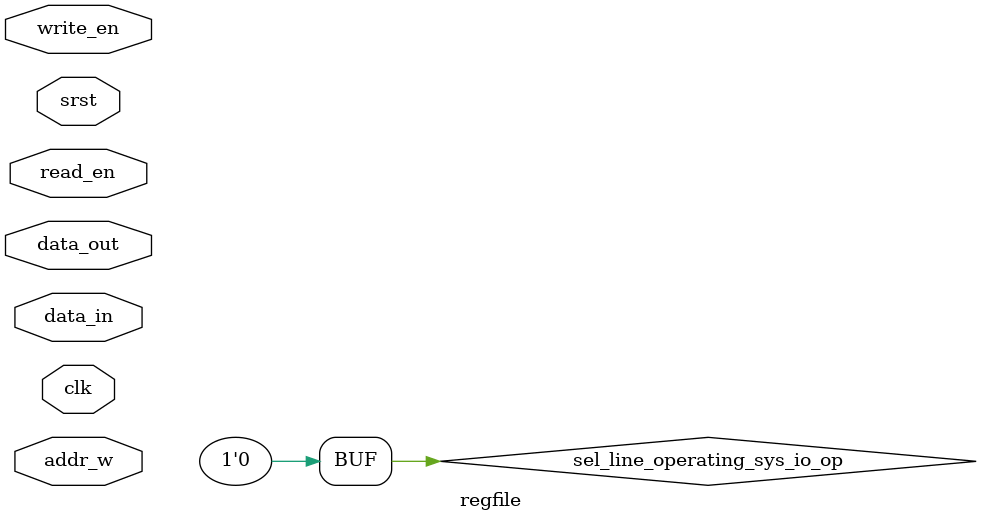
<source format=sv>
module regfile(
	input clk,
	input srst,
	input [31:0] addr_w,
	input  write_en,
	input [31:0] data_in,
	input read_en,
	input [31:0] data_out);


localparam OPERATING_SYS_IO_OP = 32'hC0000000;                    		
localparam DYNAMIC_DATA        = 32'h00000000;             		
localparam TEXT                = 32'h00008000;     		
localparam EXCEPTION_HANDLER   = 32'h00000000;                 		
localparam GLOBAL_DATA         = 32'h00000000;            		

 

logic [31:0]memory[0:2**30]; //2 power32 i.e as range varies from 0

logic sel_line_operating_sys_io_op;
logic sel_line_dynamic_data;
logic sel_line_text;
logic sel_line_exception_handler;
logic sel_line_global_data;


// select lines...
assign sel_line_operating_sys_io_op = addr_w[31:2] == OPERATING_SYS_IO_OP ;                               	
assign sel_line_dynamic_data        = addr_w[31:2] == DYNAMIC_DATA ;                       	
assign sel_line_text                = addr_w[31:2] == TEXT ;               	
assign sel_line_exception_handler   = addr_w[31:2] == EXCEPTION_HANDLER ;                            	
assign sel_line_global_data         = addr_w[31:2] == GLOBAL_DATA ;         

             	



endmodule
</source>
